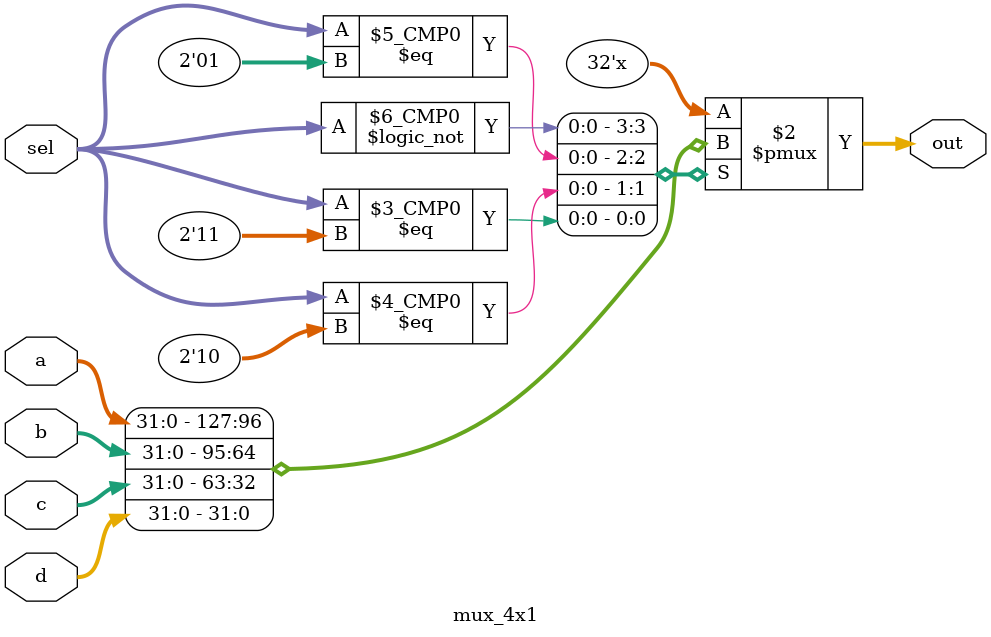
<source format=v>
`timescale 1ns / 1ps

module msrv32_pc(
input msrv32_mp_rst_in,
input  [1:0]pc_src_in, 
input [31:0]epc_in, trap_address_in, 
input branch_taken_in, 
input  [31:1]iaddr_in,
input  ahb_ready_in,
input [31:0] pc_in,
output reg [31:0]i_addr_out, pc_plus_4_out,
output reg misaligned_instr_logic_out, 
output reg [31:0]pc_mux_out 
    );
    reg pc_mux_in;
    reg [31:0]x, y;
    parameter BOOT_ADDRESS = 0;
    wire[31:0] c,z,p;
    wire [31:0]next_pc,q;
    
    
        always@(*)
        begin 
            x = pc_in + 32'h00000004;
            pc_plus_4_out = x;
        end
    
    
    //mux2:1 branch_taken_in
        mux2_1 inst1(.a(x),.b({iaddr_in, 1'b0}),.sel(branch_taken_in),.out(next_pc));
    
    
    //mux4:1 pc_src_in
        mux_4x1 inst2(.sel(pc_src_in),.a(BOOT_ADDRESS),.b(epc_in),.c(trap_address_in), .d(next_pc),.out(z));
    
        always@(*)
        begin
            pc_mux_out = z;
        end
    
    
    //mux 2:1 ahb_ready_in
        mux2_1 inst3(.a(q),.b(pc_mux_out),.sel(ahb_ready_in),.out(p));
    
    
    //mux2:1 msrv32_rst_in
        mux2_1 inst4(.a(p),.b(BOOT_ADDRESS),.sel(msrv32_mp_rst_in),.out(q));
               
        always@(*)
        begin
            misaligned_instr_logic_out = next_pc[1]&branch_taken_in;
            i_addr_out = q;
        end 
 endmodule

    module mux2_1 (
        input sel,
    input [31:0]a,
    input [31:0]b,
    output reg [31:0]out
);

always @(*) begin
    
    out = (sel == 1'b0)?a:b;
  
end
    endmodule
    
    
    
    
    module mux_4x1(
        input [1:0]sel,
        input [31:0]a,b,c,d,
        output reg [31:0] out
    );
    
    always @(*) 
    begin
        case(sel)
        2'b00 : out = a; 
        2'b01 : out = b;
        2'b10 : out = c;
        2'b11 : out = d;
        default:begin
        out = d; 
        end
    endcase
    
    end
    
    endmodule

</source>
